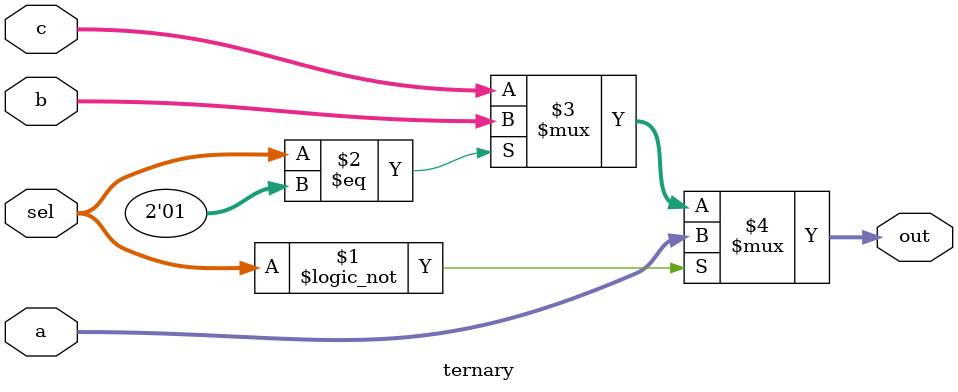
<source format=sv>
module ternary (
    input  logic [7:0] a, b, c,
    input  logic [1:0] sel,
    output logic [7:0] out
);
    assign out = (sel == 2'b00) ? a :
                 (sel == 2'b01) ? b : c;
endmodule

</source>
